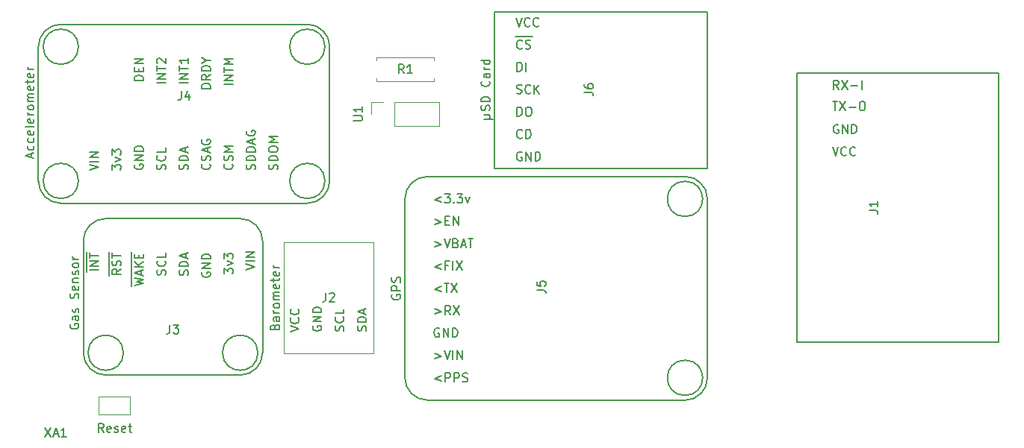
<source format=gbr>
%TF.GenerationSoftware,KiCad,Pcbnew,5.1.9+dfsg1-1*%
%TF.CreationDate,2021-05-17T19:44:08-07:00*%
%TF.ProjectId,Flight_Comp,466c6967-6874-45f4-936f-6d702e6b6963,rev?*%
%TF.SameCoordinates,Original*%
%TF.FileFunction,Legend,Top*%
%TF.FilePolarity,Positive*%
%FSLAX46Y46*%
G04 Gerber Fmt 4.6, Leading zero omitted, Abs format (unit mm)*
G04 Created by KiCad (PCBNEW 5.1.9+dfsg1-1) date 2021-05-17 19:44:08*
%MOMM*%
%LPD*%
G01*
G04 APERTURE LIST*
%ADD10C,0.150000*%
%ADD11C,0.200000*%
%ADD12C,0.120000*%
G04 APERTURE END LIST*
D10*
X115436804Y-126830080D02*
X115103471Y-126353890D01*
X114865376Y-126830080D02*
X114865376Y-125830080D01*
X115246328Y-125830080D01*
X115341566Y-125877700D01*
X115389185Y-125925319D01*
X115436804Y-126020557D01*
X115436804Y-126163414D01*
X115389185Y-126258652D01*
X115341566Y-126306271D01*
X115246328Y-126353890D01*
X114865376Y-126353890D01*
X116246328Y-126782461D02*
X116151090Y-126830080D01*
X115960614Y-126830080D01*
X115865376Y-126782461D01*
X115817757Y-126687223D01*
X115817757Y-126306271D01*
X115865376Y-126211033D01*
X115960614Y-126163414D01*
X116151090Y-126163414D01*
X116246328Y-126211033D01*
X116293947Y-126306271D01*
X116293947Y-126401509D01*
X115817757Y-126496747D01*
X116674900Y-126782461D02*
X116770138Y-126830080D01*
X116960614Y-126830080D01*
X117055852Y-126782461D01*
X117103471Y-126687223D01*
X117103471Y-126639604D01*
X117055852Y-126544366D01*
X116960614Y-126496747D01*
X116817757Y-126496747D01*
X116722519Y-126449128D01*
X116674900Y-126353890D01*
X116674900Y-126306271D01*
X116722519Y-126211033D01*
X116817757Y-126163414D01*
X116960614Y-126163414D01*
X117055852Y-126211033D01*
X117912995Y-126782461D02*
X117817757Y-126830080D01*
X117627280Y-126830080D01*
X117532042Y-126782461D01*
X117484423Y-126687223D01*
X117484423Y-126306271D01*
X117532042Y-126211033D01*
X117627280Y-126163414D01*
X117817757Y-126163414D01*
X117912995Y-126211033D01*
X117960614Y-126306271D01*
X117960614Y-126401509D01*
X117484423Y-126496747D01*
X118246328Y-126163414D02*
X118627280Y-126163414D01*
X118389185Y-125830080D02*
X118389185Y-126687223D01*
X118436804Y-126782461D01*
X118532042Y-126830080D01*
X118627280Y-126830080D01*
X148140800Y-111204285D02*
X148093180Y-111299523D01*
X148093180Y-111442380D01*
X148140800Y-111585238D01*
X148236038Y-111680476D01*
X148331276Y-111728095D01*
X148521752Y-111775714D01*
X148664609Y-111775714D01*
X148855085Y-111728095D01*
X148950323Y-111680476D01*
X149045561Y-111585238D01*
X149093180Y-111442380D01*
X149093180Y-111347142D01*
X149045561Y-111204285D01*
X148997942Y-111156666D01*
X148664609Y-111156666D01*
X148664609Y-111347142D01*
X149093180Y-110728095D02*
X148093180Y-110728095D01*
X148093180Y-110347142D01*
X148140800Y-110251904D01*
X148188419Y-110204285D01*
X148283657Y-110156666D01*
X148426514Y-110156666D01*
X148521752Y-110204285D01*
X148569371Y-110251904D01*
X148616990Y-110347142D01*
X148616990Y-110728095D01*
X149045561Y-109775714D02*
X149093180Y-109632857D01*
X149093180Y-109394761D01*
X149045561Y-109299523D01*
X148997942Y-109251904D01*
X148902704Y-109204285D01*
X148807466Y-109204285D01*
X148712228Y-109251904D01*
X148664609Y-109299523D01*
X148616990Y-109394761D01*
X148569371Y-109585238D01*
X148521752Y-109680476D01*
X148474133Y-109728095D01*
X148378895Y-109775714D01*
X148283657Y-109775714D01*
X148188419Y-109728095D01*
X148140800Y-109680476D01*
X148093180Y-109585238D01*
X148093180Y-109347142D01*
X148140800Y-109204285D01*
X158561114Y-91266542D02*
X159561114Y-91266542D01*
X159084923Y-90790352D02*
X159180161Y-90742733D01*
X159227780Y-90647495D01*
X159084923Y-91266542D02*
X159180161Y-91218923D01*
X159227780Y-91123685D01*
X159227780Y-90933209D01*
X159180161Y-90837971D01*
X159084923Y-90790352D01*
X158561114Y-90790352D01*
X159180161Y-90266542D02*
X159227780Y-90123685D01*
X159227780Y-89885590D01*
X159180161Y-89790352D01*
X159132542Y-89742733D01*
X159037304Y-89695114D01*
X158942066Y-89695114D01*
X158846828Y-89742733D01*
X158799209Y-89790352D01*
X158751590Y-89885590D01*
X158703971Y-90076066D01*
X158656352Y-90171304D01*
X158608733Y-90218923D01*
X158513495Y-90266542D01*
X158418257Y-90266542D01*
X158323019Y-90218923D01*
X158275400Y-90171304D01*
X158227780Y-90076066D01*
X158227780Y-89837971D01*
X158275400Y-89695114D01*
X159227780Y-89266542D02*
X158227780Y-89266542D01*
X158227780Y-89028447D01*
X158275400Y-88885590D01*
X158370638Y-88790352D01*
X158465876Y-88742733D01*
X158656352Y-88695114D01*
X158799209Y-88695114D01*
X158989685Y-88742733D01*
X159084923Y-88790352D01*
X159180161Y-88885590D01*
X159227780Y-89028447D01*
X159227780Y-89266542D01*
X159132542Y-86933209D02*
X159180161Y-86980828D01*
X159227780Y-87123685D01*
X159227780Y-87218923D01*
X159180161Y-87361780D01*
X159084923Y-87457019D01*
X158989685Y-87504638D01*
X158799209Y-87552257D01*
X158656352Y-87552257D01*
X158465876Y-87504638D01*
X158370638Y-87457019D01*
X158275400Y-87361780D01*
X158227780Y-87218923D01*
X158227780Y-87123685D01*
X158275400Y-86980828D01*
X158323019Y-86933209D01*
X159227780Y-86076066D02*
X158703971Y-86076066D01*
X158608733Y-86123685D01*
X158561114Y-86218923D01*
X158561114Y-86409400D01*
X158608733Y-86504638D01*
X159180161Y-86076066D02*
X159227780Y-86171304D01*
X159227780Y-86409400D01*
X159180161Y-86504638D01*
X159084923Y-86552257D01*
X158989685Y-86552257D01*
X158894447Y-86504638D01*
X158846828Y-86409400D01*
X158846828Y-86171304D01*
X158799209Y-86076066D01*
X159227780Y-85599876D02*
X158561114Y-85599876D01*
X158751590Y-85599876D02*
X158656352Y-85552257D01*
X158608733Y-85504638D01*
X158561114Y-85409400D01*
X158561114Y-85314161D01*
X159227780Y-84552257D02*
X158227780Y-84552257D01*
X159180161Y-84552257D02*
X159227780Y-84647495D01*
X159227780Y-84837971D01*
X159180161Y-84933209D01*
X159132542Y-84980828D01*
X159037304Y-85028447D01*
X158751590Y-85028447D01*
X158656352Y-84980828D01*
X158608733Y-84933209D01*
X158561114Y-84837971D01*
X158561114Y-84647495D01*
X158608733Y-84552257D01*
X134866071Y-114844104D02*
X134913690Y-114701247D01*
X134961309Y-114653628D01*
X135056547Y-114606009D01*
X135199404Y-114606009D01*
X135294642Y-114653628D01*
X135342261Y-114701247D01*
X135389880Y-114796485D01*
X135389880Y-115177438D01*
X134389880Y-115177438D01*
X134389880Y-114844104D01*
X134437500Y-114748866D01*
X134485119Y-114701247D01*
X134580357Y-114653628D01*
X134675595Y-114653628D01*
X134770833Y-114701247D01*
X134818452Y-114748866D01*
X134866071Y-114844104D01*
X134866071Y-115177438D01*
X135389880Y-113748866D02*
X134866071Y-113748866D01*
X134770833Y-113796485D01*
X134723214Y-113891723D01*
X134723214Y-114082200D01*
X134770833Y-114177438D01*
X135342261Y-113748866D02*
X135389880Y-113844104D01*
X135389880Y-114082200D01*
X135342261Y-114177438D01*
X135247023Y-114225057D01*
X135151785Y-114225057D01*
X135056547Y-114177438D01*
X135008928Y-114082200D01*
X135008928Y-113844104D01*
X134961309Y-113748866D01*
X135389880Y-113272676D02*
X134723214Y-113272676D01*
X134913690Y-113272676D02*
X134818452Y-113225057D01*
X134770833Y-113177438D01*
X134723214Y-113082200D01*
X134723214Y-112986961D01*
X135389880Y-112510771D02*
X135342261Y-112606009D01*
X135294642Y-112653628D01*
X135199404Y-112701247D01*
X134913690Y-112701247D01*
X134818452Y-112653628D01*
X134770833Y-112606009D01*
X134723214Y-112510771D01*
X134723214Y-112367914D01*
X134770833Y-112272676D01*
X134818452Y-112225057D01*
X134913690Y-112177438D01*
X135199404Y-112177438D01*
X135294642Y-112225057D01*
X135342261Y-112272676D01*
X135389880Y-112367914D01*
X135389880Y-112510771D01*
X135389880Y-111748866D02*
X134723214Y-111748866D01*
X134818452Y-111748866D02*
X134770833Y-111701247D01*
X134723214Y-111606009D01*
X134723214Y-111463152D01*
X134770833Y-111367914D01*
X134866071Y-111320295D01*
X135389880Y-111320295D01*
X134866071Y-111320295D02*
X134770833Y-111272676D01*
X134723214Y-111177438D01*
X134723214Y-111034580D01*
X134770833Y-110939342D01*
X134866071Y-110891723D01*
X135389880Y-110891723D01*
X135342261Y-110034580D02*
X135389880Y-110129819D01*
X135389880Y-110320295D01*
X135342261Y-110415533D01*
X135247023Y-110463152D01*
X134866071Y-110463152D01*
X134770833Y-110415533D01*
X134723214Y-110320295D01*
X134723214Y-110129819D01*
X134770833Y-110034580D01*
X134866071Y-109986961D01*
X134961309Y-109986961D01*
X135056547Y-110463152D01*
X134723214Y-109701247D02*
X134723214Y-109320295D01*
X134389880Y-109558390D02*
X135247023Y-109558390D01*
X135342261Y-109510771D01*
X135389880Y-109415533D01*
X135389880Y-109320295D01*
X135342261Y-108606009D02*
X135389880Y-108701247D01*
X135389880Y-108891723D01*
X135342261Y-108986961D01*
X135247023Y-109034580D01*
X134866071Y-109034580D01*
X134770833Y-108986961D01*
X134723214Y-108891723D01*
X134723214Y-108701247D01*
X134770833Y-108606009D01*
X134866071Y-108558390D01*
X134961309Y-108558390D01*
X135056547Y-109034580D01*
X135389880Y-108129819D02*
X134723214Y-108129819D01*
X134913690Y-108129819D02*
X134818452Y-108082200D01*
X134770833Y-108034580D01*
X134723214Y-107939342D01*
X134723214Y-107844104D01*
X111666400Y-114536100D02*
X111618780Y-114631338D01*
X111618780Y-114774195D01*
X111666400Y-114917052D01*
X111761638Y-115012290D01*
X111856876Y-115059909D01*
X112047352Y-115107528D01*
X112190209Y-115107528D01*
X112380685Y-115059909D01*
X112475923Y-115012290D01*
X112571161Y-114917052D01*
X112618780Y-114774195D01*
X112618780Y-114678957D01*
X112571161Y-114536100D01*
X112523542Y-114488480D01*
X112190209Y-114488480D01*
X112190209Y-114678957D01*
X112618780Y-113631338D02*
X112094971Y-113631338D01*
X111999733Y-113678957D01*
X111952114Y-113774195D01*
X111952114Y-113964671D01*
X111999733Y-114059909D01*
X112571161Y-113631338D02*
X112618780Y-113726576D01*
X112618780Y-113964671D01*
X112571161Y-114059909D01*
X112475923Y-114107528D01*
X112380685Y-114107528D01*
X112285447Y-114059909D01*
X112237828Y-113964671D01*
X112237828Y-113726576D01*
X112190209Y-113631338D01*
X112571161Y-113202766D02*
X112618780Y-113107528D01*
X112618780Y-112917052D01*
X112571161Y-112821814D01*
X112475923Y-112774195D01*
X112428304Y-112774195D01*
X112333066Y-112821814D01*
X112285447Y-112917052D01*
X112285447Y-113059909D01*
X112237828Y-113155147D01*
X112142590Y-113202766D01*
X112094971Y-113202766D01*
X111999733Y-113155147D01*
X111952114Y-113059909D01*
X111952114Y-112917052D01*
X111999733Y-112821814D01*
X112571161Y-111631338D02*
X112618780Y-111488480D01*
X112618780Y-111250385D01*
X112571161Y-111155147D01*
X112523542Y-111107528D01*
X112428304Y-111059909D01*
X112333066Y-111059909D01*
X112237828Y-111107528D01*
X112190209Y-111155147D01*
X112142590Y-111250385D01*
X112094971Y-111440861D01*
X112047352Y-111536100D01*
X111999733Y-111583719D01*
X111904495Y-111631338D01*
X111809257Y-111631338D01*
X111714019Y-111583719D01*
X111666400Y-111536100D01*
X111618780Y-111440861D01*
X111618780Y-111202766D01*
X111666400Y-111059909D01*
X112571161Y-110250385D02*
X112618780Y-110345623D01*
X112618780Y-110536100D01*
X112571161Y-110631338D01*
X112475923Y-110678957D01*
X112094971Y-110678957D01*
X111999733Y-110631338D01*
X111952114Y-110536100D01*
X111952114Y-110345623D01*
X111999733Y-110250385D01*
X112094971Y-110202766D01*
X112190209Y-110202766D01*
X112285447Y-110678957D01*
X111952114Y-109774195D02*
X112618780Y-109774195D01*
X112047352Y-109774195D02*
X111999733Y-109726576D01*
X111952114Y-109631338D01*
X111952114Y-109488480D01*
X111999733Y-109393242D01*
X112094971Y-109345623D01*
X112618780Y-109345623D01*
X112571161Y-108917052D02*
X112618780Y-108821814D01*
X112618780Y-108631338D01*
X112571161Y-108536100D01*
X112475923Y-108488480D01*
X112428304Y-108488480D01*
X112333066Y-108536100D01*
X112285447Y-108631338D01*
X112285447Y-108774195D01*
X112237828Y-108869433D01*
X112142590Y-108917052D01*
X112094971Y-108917052D01*
X111999733Y-108869433D01*
X111952114Y-108774195D01*
X111952114Y-108631338D01*
X111999733Y-108536100D01*
X112618780Y-107917052D02*
X112571161Y-108012290D01*
X112523542Y-108059909D01*
X112428304Y-108107528D01*
X112142590Y-108107528D01*
X112047352Y-108059909D01*
X111999733Y-108012290D01*
X111952114Y-107917052D01*
X111952114Y-107774195D01*
X111999733Y-107678957D01*
X112047352Y-107631338D01*
X112142590Y-107583719D01*
X112428304Y-107583719D01*
X112523542Y-107631338D01*
X112571161Y-107678957D01*
X112618780Y-107774195D01*
X112618780Y-107917052D01*
X112618780Y-107155147D02*
X111952114Y-107155147D01*
X112142590Y-107155147D02*
X112047352Y-107107528D01*
X111999733Y-107059909D01*
X111952114Y-106964671D01*
X111952114Y-106869433D01*
X107253066Y-95620838D02*
X107253066Y-95144647D01*
X107538780Y-95716076D02*
X106538780Y-95382742D01*
X107538780Y-95049409D01*
X107491161Y-94287504D02*
X107538780Y-94382742D01*
X107538780Y-94573219D01*
X107491161Y-94668457D01*
X107443542Y-94716076D01*
X107348304Y-94763695D01*
X107062590Y-94763695D01*
X106967352Y-94716076D01*
X106919733Y-94668457D01*
X106872114Y-94573219D01*
X106872114Y-94382742D01*
X106919733Y-94287504D01*
X107491161Y-93430361D02*
X107538780Y-93525600D01*
X107538780Y-93716076D01*
X107491161Y-93811314D01*
X107443542Y-93858933D01*
X107348304Y-93906552D01*
X107062590Y-93906552D01*
X106967352Y-93858933D01*
X106919733Y-93811314D01*
X106872114Y-93716076D01*
X106872114Y-93525600D01*
X106919733Y-93430361D01*
X107491161Y-92620838D02*
X107538780Y-92716076D01*
X107538780Y-92906552D01*
X107491161Y-93001790D01*
X107395923Y-93049409D01*
X107014971Y-93049409D01*
X106919733Y-93001790D01*
X106872114Y-92906552D01*
X106872114Y-92716076D01*
X106919733Y-92620838D01*
X107014971Y-92573219D01*
X107110209Y-92573219D01*
X107205447Y-93049409D01*
X107538780Y-92001790D02*
X107491161Y-92097028D01*
X107395923Y-92144647D01*
X106538780Y-92144647D01*
X107491161Y-91239885D02*
X107538780Y-91335123D01*
X107538780Y-91525600D01*
X107491161Y-91620838D01*
X107395923Y-91668457D01*
X107014971Y-91668457D01*
X106919733Y-91620838D01*
X106872114Y-91525600D01*
X106872114Y-91335123D01*
X106919733Y-91239885D01*
X107014971Y-91192266D01*
X107110209Y-91192266D01*
X107205447Y-91668457D01*
X107538780Y-90763695D02*
X106872114Y-90763695D01*
X107062590Y-90763695D02*
X106967352Y-90716076D01*
X106919733Y-90668457D01*
X106872114Y-90573219D01*
X106872114Y-90477980D01*
X107538780Y-90001790D02*
X107491161Y-90097028D01*
X107443542Y-90144647D01*
X107348304Y-90192266D01*
X107062590Y-90192266D01*
X106967352Y-90144647D01*
X106919733Y-90097028D01*
X106872114Y-90001790D01*
X106872114Y-89858933D01*
X106919733Y-89763695D01*
X106967352Y-89716076D01*
X107062590Y-89668457D01*
X107348304Y-89668457D01*
X107443542Y-89716076D01*
X107491161Y-89763695D01*
X107538780Y-89858933D01*
X107538780Y-90001790D01*
X107538780Y-89239885D02*
X106872114Y-89239885D01*
X106967352Y-89239885D02*
X106919733Y-89192266D01*
X106872114Y-89097028D01*
X106872114Y-88954171D01*
X106919733Y-88858933D01*
X107014971Y-88811314D01*
X107538780Y-88811314D01*
X107014971Y-88811314D02*
X106919733Y-88763695D01*
X106872114Y-88668457D01*
X106872114Y-88525600D01*
X106919733Y-88430361D01*
X107014971Y-88382742D01*
X107538780Y-88382742D01*
X107491161Y-87525600D02*
X107538780Y-87620838D01*
X107538780Y-87811314D01*
X107491161Y-87906552D01*
X107395923Y-87954171D01*
X107014971Y-87954171D01*
X106919733Y-87906552D01*
X106872114Y-87811314D01*
X106872114Y-87620838D01*
X106919733Y-87525600D01*
X107014971Y-87477980D01*
X107110209Y-87477980D01*
X107205447Y-87954171D01*
X106872114Y-87192266D02*
X106872114Y-86811314D01*
X106538780Y-87049409D02*
X107395923Y-87049409D01*
X107491161Y-87001790D01*
X107538780Y-86906552D01*
X107538780Y-86811314D01*
X107491161Y-86097028D02*
X107538780Y-86192266D01*
X107538780Y-86382742D01*
X107491161Y-86477980D01*
X107395923Y-86525600D01*
X107014971Y-86525600D01*
X106919733Y-86477980D01*
X106872114Y-86382742D01*
X106872114Y-86192266D01*
X106919733Y-86097028D01*
X107014971Y-86049409D01*
X107110209Y-86049409D01*
X107205447Y-86525600D01*
X107538780Y-85620838D02*
X106872114Y-85620838D01*
X107062590Y-85620838D02*
X106967352Y-85573219D01*
X106919733Y-85525600D01*
X106872114Y-85430361D01*
X106872114Y-85335123D01*
D11*
%TO.C,J3*%
X133464299Y-117792373D02*
X133464300Y-105092373D01*
X130924300Y-102552373D02*
X115684301Y-102552373D01*
X113144301Y-105092373D02*
X113144300Y-117792373D01*
X130924300Y-120332372D02*
X115684301Y-120332374D01*
X113684303Y-117788882D02*
G75*
G02*
X113684304Y-117792373I1999996J-1078D01*
G01*
X128924304Y-117788882D02*
G75*
G02*
X128924305Y-117792373I1999995J-1078D01*
G01*
X133464299Y-117792373D02*
G75*
G02*
X130924300Y-120332372I-2539999J0D01*
G01*
X130924300Y-102552373D02*
G75*
G02*
X133464300Y-105092373I0J-2540000D01*
G01*
X113144301Y-105092373D02*
G75*
G02*
X115684301Y-102552373I2540000J0D01*
G01*
X115684301Y-120332374D02*
G75*
G02*
X113144300Y-117792373I0J2540001D01*
G01*
D12*
%TO.C,J2*%
X135877300Y-117881400D02*
X146037300Y-117881400D01*
X135877300Y-105244900D02*
X135877300Y-117881400D01*
X146037300Y-117881400D02*
X146037300Y-105244900D01*
X135877300Y-105244900D02*
X146037300Y-105244900D01*
D11*
%TO.C,J4*%
X141071601Y-98272600D02*
X141071600Y-83032601D01*
X108051601Y-98272600D02*
X108051600Y-83032601D01*
X110591601Y-100812600D02*
X138531601Y-100812602D01*
X110591601Y-80492600D02*
X138531601Y-80492602D01*
X112591598Y-83036091D02*
G75*
G02*
X112591597Y-83032600I-1999996J1077D01*
G01*
X108051600Y-83032601D02*
G75*
G02*
X110591601Y-80492600I2540001J0D01*
G01*
X112591597Y-98276091D02*
G75*
G02*
X112591596Y-98272600I-1999995J1078D01*
G01*
X140531598Y-98276091D02*
G75*
G02*
X140531597Y-98272600I-1999996J1078D01*
G01*
X138531601Y-80492602D02*
G75*
G02*
X141071600Y-83032601I0J-2539999D01*
G01*
X140531598Y-83036091D02*
G75*
G02*
X140531597Y-83032600I-1999996J1077D01*
G01*
X141071601Y-98272600D02*
G75*
G02*
X138531601Y-100812600I-2540000J0D01*
G01*
X110591601Y-100812600D02*
G75*
G02*
X108051601Y-98272600I0J2540000D01*
G01*
%TO.C,J1*%
X194056000Y-86055200D02*
X216916000Y-86055200D01*
X216916000Y-86055200D02*
X216916000Y-116560600D01*
X216916000Y-116560600D02*
X194056000Y-116560600D01*
X194056000Y-116560600D02*
X194056000Y-86080600D01*
%TO.C,J5*%
X149601300Y-100317300D02*
X149601300Y-120637300D01*
X183891300Y-100317300D02*
X183891300Y-120637300D01*
X181351300Y-97777300D02*
X152141300Y-97777300D01*
X181351300Y-123177300D02*
X152141300Y-123177300D01*
X181351300Y-97777300D02*
G75*
G02*
X183891300Y-100317300I0J-2540000D01*
G01*
X181346474Y-102317296D02*
G75*
G02*
X181351300Y-102317296I2413J1999995D01*
G01*
X152141300Y-123177300D02*
G75*
G02*
X149601300Y-120637300I0J2540000D01*
G01*
X183891300Y-120637300D02*
G75*
G02*
X181351300Y-123177300I-2540000J0D01*
G01*
X149601300Y-100317300D02*
G75*
G02*
X152141300Y-97777300I2540000J0D01*
G01*
X181346474Y-122637296D02*
G75*
G02*
X181351300Y-122637296I2413J1999995D01*
G01*
%TO.C,J6*%
X159735900Y-79057501D02*
X183863361Y-79057501D01*
X159733361Y-96837500D02*
X159735900Y-79057501D01*
X183863361Y-79057501D02*
X183863361Y-96837500D01*
X183863361Y-79057501D02*
X183863361Y-79057501D01*
X183863361Y-96837500D02*
X159733361Y-96837500D01*
D12*
%TO.C,R1*%
X146374100Y-84215300D02*
X146374100Y-84545300D01*
X152914100Y-84215300D02*
X146374100Y-84215300D01*
X152914100Y-84545300D02*
X152914100Y-84215300D01*
X146374100Y-86955300D02*
X146374100Y-86625300D01*
X152914100Y-86955300D02*
X146374100Y-86955300D01*
X152914100Y-86625300D02*
X152914100Y-86955300D01*
%TO.C,U1*%
X145774100Y-90665300D02*
X145774100Y-89335300D01*
X145774100Y-89335300D02*
X147104100Y-89335300D01*
X148374100Y-89335300D02*
X153514100Y-89335300D01*
X153514100Y-91995300D02*
X153514100Y-89335300D01*
X148374100Y-91995300D02*
X153514100Y-91995300D01*
X148374100Y-91995300D02*
X148374100Y-89335300D01*
%TO.C,Reset1*%
X114846100Y-124815600D02*
X118402100Y-124815600D01*
X118402100Y-124815600D02*
X118402100Y-122783600D01*
X118402100Y-122783600D02*
X114846100Y-122783600D01*
X114846100Y-122783600D02*
X114846100Y-124815600D01*
%TO.C,J3*%
D10*
X122958266Y-114615980D02*
X122958266Y-115330266D01*
X122910647Y-115473123D01*
X122815409Y-115568361D01*
X122672552Y-115615980D01*
X122577314Y-115615980D01*
X123339219Y-114615980D02*
X123958266Y-114615980D01*
X123624933Y-114996933D01*
X123767790Y-114996933D01*
X123863028Y-115044552D01*
X123910647Y-115092171D01*
X123958266Y-115187409D01*
X123958266Y-115425504D01*
X123910647Y-115520742D01*
X123863028Y-115568361D01*
X123767790Y-115615980D01*
X123482076Y-115615980D01*
X123386838Y-115568361D01*
X123339219Y-115520742D01*
X113503873Y-108656560D02*
X113503873Y-108180369D01*
X114871253Y-108418465D02*
X113871253Y-108418465D01*
X113503873Y-108180369D02*
X113503873Y-107132750D01*
X114871253Y-107942274D02*
X113871253Y-107942274D01*
X114871253Y-107370846D01*
X113871253Y-107370846D01*
X113503873Y-107132750D02*
X113503873Y-106370846D01*
X113871253Y-107037512D02*
X113871253Y-106466084D01*
X114871253Y-106751798D02*
X113871253Y-106751798D01*
X116043873Y-109085131D02*
X116043873Y-108085131D01*
X117411253Y-108275607D02*
X116935063Y-108608941D01*
X117411253Y-108847036D02*
X116411253Y-108847036D01*
X116411253Y-108466084D01*
X116458873Y-108370846D01*
X116506492Y-108323226D01*
X116601730Y-108275607D01*
X116744587Y-108275607D01*
X116839825Y-108323226D01*
X116887444Y-108370846D01*
X116935063Y-108466084D01*
X116935063Y-108847036D01*
X116043873Y-108085131D02*
X116043873Y-107132750D01*
X117363634Y-107894655D02*
X117411253Y-107751798D01*
X117411253Y-107513703D01*
X117363634Y-107418465D01*
X117316015Y-107370846D01*
X117220777Y-107323226D01*
X117125539Y-107323226D01*
X117030301Y-107370846D01*
X116982682Y-107418465D01*
X116935063Y-107513703D01*
X116887444Y-107704179D01*
X116839825Y-107799417D01*
X116792206Y-107847036D01*
X116696968Y-107894655D01*
X116601730Y-107894655D01*
X116506492Y-107847036D01*
X116458873Y-107799417D01*
X116411253Y-107704179D01*
X116411253Y-107466084D01*
X116458873Y-107323226D01*
X116043873Y-107132750D02*
X116043873Y-106370846D01*
X116411253Y-107037512D02*
X116411253Y-106466084D01*
X117411253Y-106751798D02*
X116411253Y-106751798D01*
X118579301Y-110272107D02*
X118579301Y-109129250D01*
X118946681Y-110129250D02*
X119946681Y-109891155D01*
X119232396Y-109700679D01*
X119946681Y-109510203D01*
X118946681Y-109272107D01*
X118579301Y-109129250D02*
X118579301Y-108272107D01*
X119660967Y-108938774D02*
X119660967Y-108462584D01*
X119946681Y-109034012D02*
X118946681Y-108700679D01*
X119946681Y-108367346D01*
X118579301Y-108272107D02*
X118579301Y-107272107D01*
X119946681Y-108034012D02*
X118946681Y-108034012D01*
X119946681Y-107462584D02*
X119375253Y-107891155D01*
X118946681Y-107462584D02*
X119518110Y-108034012D01*
X118579301Y-107272107D02*
X118579301Y-106367346D01*
X119422872Y-107034012D02*
X119422872Y-106700679D01*
X119946681Y-106557822D02*
X119946681Y-107034012D01*
X118946681Y-107034012D01*
X118946681Y-106557822D01*
X122439061Y-108938774D02*
X122486680Y-108795917D01*
X122486680Y-108557822D01*
X122439061Y-108462584D01*
X122391442Y-108414965D01*
X122296204Y-108367346D01*
X122200966Y-108367346D01*
X122105728Y-108414965D01*
X122058109Y-108462584D01*
X122010490Y-108557822D01*
X121962871Y-108748298D01*
X121915252Y-108843536D01*
X121867633Y-108891155D01*
X121772395Y-108938774D01*
X121677157Y-108938774D01*
X121581919Y-108891155D01*
X121534300Y-108843536D01*
X121486680Y-108748298D01*
X121486680Y-108510203D01*
X121534300Y-108367346D01*
X122391442Y-107367346D02*
X122439061Y-107414965D01*
X122486680Y-107557822D01*
X122486680Y-107653060D01*
X122439061Y-107795917D01*
X122343823Y-107891155D01*
X122248585Y-107938774D01*
X122058109Y-107986393D01*
X121915252Y-107986393D01*
X121724776Y-107938774D01*
X121629538Y-107891155D01*
X121534300Y-107795917D01*
X121486680Y-107653060D01*
X121486680Y-107557822D01*
X121534300Y-107414965D01*
X121581919Y-107367346D01*
X122486680Y-106462584D02*
X122486680Y-106938774D01*
X121486680Y-106938774D01*
X124979062Y-108986393D02*
X125026681Y-108843536D01*
X125026681Y-108605441D01*
X124979062Y-108510203D01*
X124931443Y-108462584D01*
X124836205Y-108414965D01*
X124740967Y-108414965D01*
X124645729Y-108462584D01*
X124598110Y-108510203D01*
X124550491Y-108605441D01*
X124502872Y-108795917D01*
X124455253Y-108891155D01*
X124407634Y-108938774D01*
X124312396Y-108986393D01*
X124217158Y-108986393D01*
X124121920Y-108938774D01*
X124074301Y-108891155D01*
X124026681Y-108795917D01*
X124026681Y-108557822D01*
X124074301Y-108414965D01*
X125026681Y-107986393D02*
X124026681Y-107986393D01*
X124026681Y-107748298D01*
X124074301Y-107605441D01*
X124169539Y-107510203D01*
X124264777Y-107462584D01*
X124455253Y-107414965D01*
X124598110Y-107414965D01*
X124788586Y-107462584D01*
X124883824Y-107510203D01*
X124979062Y-107605441D01*
X125026681Y-107748298D01*
X125026681Y-107986393D01*
X124740967Y-107034012D02*
X124740967Y-106557822D01*
X125026681Y-107129250D02*
X124026681Y-106795917D01*
X125026681Y-106462584D01*
X126614300Y-108653060D02*
X126566680Y-108748298D01*
X126566680Y-108891155D01*
X126614300Y-109034012D01*
X126709538Y-109129250D01*
X126804776Y-109176869D01*
X126995252Y-109224488D01*
X127138109Y-109224488D01*
X127328585Y-109176869D01*
X127423823Y-109129250D01*
X127519061Y-109034012D01*
X127566680Y-108891155D01*
X127566680Y-108795917D01*
X127519061Y-108653060D01*
X127471442Y-108605441D01*
X127138109Y-108605441D01*
X127138109Y-108795917D01*
X127566680Y-108176869D02*
X126566680Y-108176869D01*
X127566680Y-107605441D01*
X126566680Y-107605441D01*
X127566680Y-107129250D02*
X126566680Y-107129250D01*
X126566680Y-106891155D01*
X126614300Y-106748298D01*
X126709538Y-106653060D01*
X126804776Y-106605441D01*
X126995252Y-106557822D01*
X127138109Y-106557822D01*
X127328585Y-106605441D01*
X127423823Y-106653060D01*
X127519061Y-106748298D01*
X127566680Y-106891155D01*
X127566680Y-107129250D01*
X129106680Y-108831155D02*
X129106680Y-108212107D01*
X129487633Y-108545441D01*
X129487633Y-108402584D01*
X129535252Y-108307346D01*
X129582871Y-108259726D01*
X129678109Y-108212107D01*
X129916204Y-108212107D01*
X130011442Y-108259726D01*
X130059061Y-108307346D01*
X130106680Y-108402584D01*
X130106680Y-108688298D01*
X130059061Y-108783536D01*
X130011442Y-108831155D01*
X129440014Y-107878774D02*
X130106680Y-107640679D01*
X129440014Y-107402584D01*
X129106680Y-107116869D02*
X129106680Y-106497822D01*
X129487633Y-106831155D01*
X129487633Y-106688298D01*
X129535252Y-106593060D01*
X129582871Y-106545441D01*
X129678109Y-106497822D01*
X129916204Y-106497822D01*
X130011442Y-106545441D01*
X130059061Y-106593060D01*
X130106680Y-106688298D01*
X130106680Y-106974012D01*
X130059061Y-107069250D01*
X130011442Y-107116869D01*
X131587753Y-108403060D02*
X132587753Y-108069726D01*
X131587753Y-107736393D01*
X132587753Y-107403060D02*
X131587753Y-107403060D01*
X132587753Y-106926869D02*
X131587753Y-106926869D01*
X132587753Y-106355441D01*
X131587753Y-106355441D01*
%TO.C,J2*%
X140623966Y-110983780D02*
X140623966Y-111698066D01*
X140576347Y-111840923D01*
X140481109Y-111936161D01*
X140338252Y-111983780D01*
X140243014Y-111983780D01*
X141052538Y-111079019D02*
X141100157Y-111031400D01*
X141195395Y-110983780D01*
X141433490Y-110983780D01*
X141528728Y-111031400D01*
X141576347Y-111079019D01*
X141623966Y-111174257D01*
X141623966Y-111269495D01*
X141576347Y-111412352D01*
X141004919Y-111983780D01*
X141623966Y-111983780D01*
X145172061Y-115307423D02*
X145219680Y-115164566D01*
X145219680Y-114926471D01*
X145172061Y-114831233D01*
X145124442Y-114783614D01*
X145029204Y-114735995D01*
X144933966Y-114735995D01*
X144838728Y-114783614D01*
X144791109Y-114831233D01*
X144743490Y-114926471D01*
X144695871Y-115116947D01*
X144648252Y-115212185D01*
X144600633Y-115259804D01*
X144505395Y-115307423D01*
X144410157Y-115307423D01*
X144314919Y-115259804D01*
X144267300Y-115212185D01*
X144219680Y-115116947D01*
X144219680Y-114878852D01*
X144267300Y-114735995D01*
X145219680Y-114307423D02*
X144219680Y-114307423D01*
X144219680Y-114069328D01*
X144267300Y-113926471D01*
X144362538Y-113831233D01*
X144457776Y-113783614D01*
X144648252Y-113735995D01*
X144791109Y-113735995D01*
X144981585Y-113783614D01*
X145076823Y-113831233D01*
X145172061Y-113926471D01*
X145219680Y-114069328D01*
X145219680Y-114307423D01*
X144933966Y-113355042D02*
X144933966Y-112878852D01*
X145219680Y-113450280D02*
X144219680Y-113116947D01*
X145219680Y-112783614D01*
X142632061Y-115307423D02*
X142679680Y-115164566D01*
X142679680Y-114926471D01*
X142632061Y-114831233D01*
X142584442Y-114783614D01*
X142489204Y-114735995D01*
X142393966Y-114735995D01*
X142298728Y-114783614D01*
X142251109Y-114831233D01*
X142203490Y-114926471D01*
X142155871Y-115116947D01*
X142108252Y-115212185D01*
X142060633Y-115259804D01*
X141965395Y-115307423D01*
X141870157Y-115307423D01*
X141774919Y-115259804D01*
X141727300Y-115212185D01*
X141679680Y-115116947D01*
X141679680Y-114878852D01*
X141727300Y-114735995D01*
X142584442Y-113735995D02*
X142632061Y-113783614D01*
X142679680Y-113926471D01*
X142679680Y-114021709D01*
X142632061Y-114164566D01*
X142536823Y-114259804D01*
X142441585Y-114307423D01*
X142251109Y-114355042D01*
X142108252Y-114355042D01*
X141917776Y-114307423D01*
X141822538Y-114259804D01*
X141727300Y-114164566D01*
X141679680Y-114021709D01*
X141679680Y-113926471D01*
X141727300Y-113783614D01*
X141774919Y-113735995D01*
X142679680Y-112831233D02*
X142679680Y-113307423D01*
X141679680Y-113307423D01*
X139187300Y-114735995D02*
X139139680Y-114831233D01*
X139139680Y-114974090D01*
X139187300Y-115116947D01*
X139282538Y-115212185D01*
X139377776Y-115259804D01*
X139568252Y-115307423D01*
X139711109Y-115307423D01*
X139901585Y-115259804D01*
X139996823Y-115212185D01*
X140092061Y-115116947D01*
X140139680Y-114974090D01*
X140139680Y-114878852D01*
X140092061Y-114735995D01*
X140044442Y-114688376D01*
X139711109Y-114688376D01*
X139711109Y-114878852D01*
X140139680Y-114259804D02*
X139139680Y-114259804D01*
X140139680Y-113688376D01*
X139139680Y-113688376D01*
X140139680Y-113212185D02*
X139139680Y-113212185D01*
X139139680Y-112974090D01*
X139187300Y-112831233D01*
X139282538Y-112735995D01*
X139377776Y-112688376D01*
X139568252Y-112640757D01*
X139711109Y-112640757D01*
X139901585Y-112688376D01*
X139996823Y-112735995D01*
X140092061Y-112831233D01*
X140139680Y-112974090D01*
X140139680Y-113212185D01*
X136599680Y-115402661D02*
X137599680Y-115069328D01*
X136599680Y-114735995D01*
X137504442Y-113831233D02*
X137552061Y-113878852D01*
X137599680Y-114021709D01*
X137599680Y-114116947D01*
X137552061Y-114259804D01*
X137456823Y-114355042D01*
X137361585Y-114402661D01*
X137171109Y-114450280D01*
X137028252Y-114450280D01*
X136837776Y-114402661D01*
X136742538Y-114355042D01*
X136647300Y-114259804D01*
X136599680Y-114116947D01*
X136599680Y-114021709D01*
X136647300Y-113878852D01*
X136694919Y-113831233D01*
X137504442Y-112831233D02*
X137552061Y-112878852D01*
X137599680Y-113021709D01*
X137599680Y-113116947D01*
X137552061Y-113259804D01*
X137456823Y-113355042D01*
X137361585Y-113402661D01*
X137171109Y-113450280D01*
X137028252Y-113450280D01*
X136837776Y-113402661D01*
X136742538Y-113355042D01*
X136647300Y-113259804D01*
X136599680Y-113116947D01*
X136599680Y-113021709D01*
X136647300Y-112878852D01*
X136694919Y-112831233D01*
%TO.C,J4*%
X124253666Y-88098380D02*
X124253666Y-88812666D01*
X124206047Y-88955523D01*
X124110809Y-89050761D01*
X123967952Y-89098380D01*
X123872714Y-89098380D01*
X125158428Y-88431714D02*
X125158428Y-89098380D01*
X124920333Y-88050761D02*
X124682238Y-88765047D01*
X125301285Y-88765047D01*
X130093980Y-87336576D02*
X129093980Y-87336576D01*
X130093980Y-86860385D02*
X129093980Y-86860385D01*
X130093980Y-86288957D01*
X129093980Y-86288957D01*
X129093980Y-85955623D02*
X129093980Y-85384195D01*
X130093980Y-85669909D02*
X129093980Y-85669909D01*
X130093980Y-85050861D02*
X129093980Y-85050861D01*
X129808266Y-84717528D01*
X129093980Y-84384195D01*
X130093980Y-84384195D01*
X127553980Y-87765147D02*
X126553980Y-87765147D01*
X126553980Y-87527052D01*
X126601600Y-87384195D01*
X126696838Y-87288957D01*
X126792076Y-87241338D01*
X126982552Y-87193719D01*
X127125409Y-87193719D01*
X127315885Y-87241338D01*
X127411123Y-87288957D01*
X127506361Y-87384195D01*
X127553980Y-87527052D01*
X127553980Y-87765147D01*
X127553980Y-86193719D02*
X127077790Y-86527052D01*
X127553980Y-86765147D02*
X126553980Y-86765147D01*
X126553980Y-86384195D01*
X126601600Y-86288957D01*
X126649219Y-86241338D01*
X126744457Y-86193719D01*
X126887314Y-86193719D01*
X126982552Y-86241338D01*
X127030171Y-86288957D01*
X127077790Y-86384195D01*
X127077790Y-86765147D01*
X127553980Y-85765147D02*
X126553980Y-85765147D01*
X126553980Y-85527052D01*
X126601600Y-85384195D01*
X126696838Y-85288957D01*
X126792076Y-85241338D01*
X126982552Y-85193719D01*
X127125409Y-85193719D01*
X127315885Y-85241338D01*
X127411123Y-85288957D01*
X127506361Y-85384195D01*
X127553980Y-85527052D01*
X127553980Y-85765147D01*
X127077790Y-84574671D02*
X127553980Y-84574671D01*
X126553980Y-84908004D02*
X127077790Y-84574671D01*
X126553980Y-84241338D01*
X125013980Y-87146100D02*
X124013980Y-87146100D01*
X125013980Y-86669909D02*
X124013980Y-86669909D01*
X125013980Y-86098480D01*
X124013980Y-86098480D01*
X124013980Y-85765147D02*
X124013980Y-85193719D01*
X125013980Y-85479433D02*
X124013980Y-85479433D01*
X125013980Y-84336576D02*
X125013980Y-84908004D01*
X125013980Y-84622290D02*
X124013980Y-84622290D01*
X124156838Y-84717528D01*
X124252076Y-84812766D01*
X124299695Y-84908004D01*
X122473980Y-87146100D02*
X121473980Y-87146100D01*
X122473980Y-86669909D02*
X121473980Y-86669909D01*
X122473980Y-86098480D01*
X121473980Y-86098480D01*
X121473980Y-85765147D02*
X121473980Y-85193719D01*
X122473980Y-85479433D02*
X121473980Y-85479433D01*
X121569219Y-84908004D02*
X121521600Y-84860385D01*
X121473980Y-84765147D01*
X121473980Y-84527052D01*
X121521600Y-84431814D01*
X121569219Y-84384195D01*
X121664457Y-84336576D01*
X121759695Y-84336576D01*
X121902552Y-84384195D01*
X122473980Y-84955623D01*
X122473980Y-84336576D01*
X119933980Y-86860385D02*
X118933980Y-86860385D01*
X118933980Y-86622290D01*
X118981600Y-86479433D01*
X119076838Y-86384195D01*
X119172076Y-86336576D01*
X119362552Y-86288957D01*
X119505409Y-86288957D01*
X119695885Y-86336576D01*
X119791123Y-86384195D01*
X119886361Y-86479433D01*
X119933980Y-86622290D01*
X119933980Y-86860385D01*
X119410171Y-85860385D02*
X119410171Y-85527052D01*
X119933980Y-85384195D02*
X119933980Y-85860385D01*
X118933980Y-85860385D01*
X118933980Y-85384195D01*
X119933980Y-84955623D02*
X118933980Y-84955623D01*
X119933980Y-84384195D01*
X118933980Y-84384195D01*
X135126361Y-96968623D02*
X135173980Y-96825766D01*
X135173980Y-96587671D01*
X135126361Y-96492433D01*
X135078742Y-96444814D01*
X134983504Y-96397195D01*
X134888266Y-96397195D01*
X134793028Y-96444814D01*
X134745409Y-96492433D01*
X134697790Y-96587671D01*
X134650171Y-96778147D01*
X134602552Y-96873385D01*
X134554933Y-96921004D01*
X134459695Y-96968623D01*
X134364457Y-96968623D01*
X134269219Y-96921004D01*
X134221600Y-96873385D01*
X134173980Y-96778147D01*
X134173980Y-96540052D01*
X134221600Y-96397195D01*
X135173980Y-95968623D02*
X134173980Y-95968623D01*
X134173980Y-95730528D01*
X134221600Y-95587671D01*
X134316838Y-95492433D01*
X134412076Y-95444814D01*
X134602552Y-95397195D01*
X134745409Y-95397195D01*
X134935885Y-95444814D01*
X135031123Y-95492433D01*
X135126361Y-95587671D01*
X135173980Y-95730528D01*
X135173980Y-95968623D01*
X134173980Y-94778147D02*
X134173980Y-94587671D01*
X134221600Y-94492433D01*
X134316838Y-94397195D01*
X134507314Y-94349576D01*
X134840647Y-94349576D01*
X135031123Y-94397195D01*
X135126361Y-94492433D01*
X135173980Y-94587671D01*
X135173980Y-94778147D01*
X135126361Y-94873385D01*
X135031123Y-94968623D01*
X134840647Y-95016242D01*
X134507314Y-95016242D01*
X134316838Y-94968623D01*
X134221600Y-94873385D01*
X134173980Y-94778147D01*
X135173980Y-93921004D02*
X134173980Y-93921004D01*
X134888266Y-93587671D01*
X134173980Y-93254338D01*
X135173980Y-93254338D01*
X132586361Y-96968623D02*
X132633980Y-96825766D01*
X132633980Y-96587671D01*
X132586361Y-96492433D01*
X132538742Y-96444814D01*
X132443504Y-96397195D01*
X132348266Y-96397195D01*
X132253028Y-96444814D01*
X132205409Y-96492433D01*
X132157790Y-96587671D01*
X132110171Y-96778147D01*
X132062552Y-96873385D01*
X132014933Y-96921004D01*
X131919695Y-96968623D01*
X131824457Y-96968623D01*
X131729219Y-96921004D01*
X131681600Y-96873385D01*
X131633980Y-96778147D01*
X131633980Y-96540052D01*
X131681600Y-96397195D01*
X132633980Y-95968623D02*
X131633980Y-95968623D01*
X131633980Y-95730528D01*
X131681600Y-95587671D01*
X131776838Y-95492433D01*
X131872076Y-95444814D01*
X132062552Y-95397195D01*
X132205409Y-95397195D01*
X132395885Y-95444814D01*
X132491123Y-95492433D01*
X132586361Y-95587671D01*
X132633980Y-95730528D01*
X132633980Y-95968623D01*
X132633980Y-94968623D02*
X131633980Y-94968623D01*
X131633980Y-94730528D01*
X131681600Y-94587671D01*
X131776838Y-94492433D01*
X131872076Y-94444814D01*
X132062552Y-94397195D01*
X132205409Y-94397195D01*
X132395885Y-94444814D01*
X132491123Y-94492433D01*
X132586361Y-94587671D01*
X132633980Y-94730528D01*
X132633980Y-94968623D01*
X132348266Y-94016242D02*
X132348266Y-93540052D01*
X132633980Y-94111480D02*
X131633980Y-93778147D01*
X132633980Y-93444814D01*
X131681600Y-92587671D02*
X131633980Y-92682909D01*
X131633980Y-92825766D01*
X131681600Y-92968623D01*
X131776838Y-93063861D01*
X131872076Y-93111480D01*
X132062552Y-93159100D01*
X132205409Y-93159100D01*
X132395885Y-93111480D01*
X132491123Y-93063861D01*
X132586361Y-92968623D01*
X132633980Y-92825766D01*
X132633980Y-92730528D01*
X132586361Y-92587671D01*
X132538742Y-92540052D01*
X132205409Y-92540052D01*
X132205409Y-92730528D01*
X129998742Y-96349576D02*
X130046361Y-96397195D01*
X130093980Y-96540052D01*
X130093980Y-96635290D01*
X130046361Y-96778147D01*
X129951123Y-96873385D01*
X129855885Y-96921004D01*
X129665409Y-96968623D01*
X129522552Y-96968623D01*
X129332076Y-96921004D01*
X129236838Y-96873385D01*
X129141600Y-96778147D01*
X129093980Y-96635290D01*
X129093980Y-96540052D01*
X129141600Y-96397195D01*
X129189219Y-96349576D01*
X130046361Y-95968623D02*
X130093980Y-95825766D01*
X130093980Y-95587671D01*
X130046361Y-95492433D01*
X129998742Y-95444814D01*
X129903504Y-95397195D01*
X129808266Y-95397195D01*
X129713028Y-95444814D01*
X129665409Y-95492433D01*
X129617790Y-95587671D01*
X129570171Y-95778147D01*
X129522552Y-95873385D01*
X129474933Y-95921004D01*
X129379695Y-95968623D01*
X129284457Y-95968623D01*
X129189219Y-95921004D01*
X129141600Y-95873385D01*
X129093980Y-95778147D01*
X129093980Y-95540052D01*
X129141600Y-95397195D01*
X130093980Y-94968623D02*
X129093980Y-94968623D01*
X129808266Y-94635290D01*
X129093980Y-94301957D01*
X130093980Y-94301957D01*
X127458742Y-96349576D02*
X127506361Y-96397195D01*
X127553980Y-96540052D01*
X127553980Y-96635290D01*
X127506361Y-96778147D01*
X127411123Y-96873385D01*
X127315885Y-96921004D01*
X127125409Y-96968623D01*
X126982552Y-96968623D01*
X126792076Y-96921004D01*
X126696838Y-96873385D01*
X126601600Y-96778147D01*
X126553980Y-96635290D01*
X126553980Y-96540052D01*
X126601600Y-96397195D01*
X126649219Y-96349576D01*
X127506361Y-95968623D02*
X127553980Y-95825766D01*
X127553980Y-95587671D01*
X127506361Y-95492433D01*
X127458742Y-95444814D01*
X127363504Y-95397195D01*
X127268266Y-95397195D01*
X127173028Y-95444814D01*
X127125409Y-95492433D01*
X127077790Y-95587671D01*
X127030171Y-95778147D01*
X126982552Y-95873385D01*
X126934933Y-95921004D01*
X126839695Y-95968623D01*
X126744457Y-95968623D01*
X126649219Y-95921004D01*
X126601600Y-95873385D01*
X126553980Y-95778147D01*
X126553980Y-95540052D01*
X126601600Y-95397195D01*
X127268266Y-95016242D02*
X127268266Y-94540052D01*
X127553980Y-95111480D02*
X126553980Y-94778147D01*
X127553980Y-94444814D01*
X126601600Y-93587671D02*
X126553980Y-93682909D01*
X126553980Y-93825766D01*
X126601600Y-93968623D01*
X126696838Y-94063861D01*
X126792076Y-94111480D01*
X126982552Y-94159100D01*
X127125409Y-94159100D01*
X127315885Y-94111480D01*
X127411123Y-94063861D01*
X127506361Y-93968623D01*
X127553980Y-93825766D01*
X127553980Y-93730528D01*
X127506361Y-93587671D01*
X127458742Y-93540052D01*
X127125409Y-93540052D01*
X127125409Y-93730528D01*
X124966361Y-96968623D02*
X125013980Y-96825766D01*
X125013980Y-96587671D01*
X124966361Y-96492433D01*
X124918742Y-96444814D01*
X124823504Y-96397195D01*
X124728266Y-96397195D01*
X124633028Y-96444814D01*
X124585409Y-96492433D01*
X124537790Y-96587671D01*
X124490171Y-96778147D01*
X124442552Y-96873385D01*
X124394933Y-96921004D01*
X124299695Y-96968623D01*
X124204457Y-96968623D01*
X124109219Y-96921004D01*
X124061600Y-96873385D01*
X124013980Y-96778147D01*
X124013980Y-96540052D01*
X124061600Y-96397195D01*
X125013980Y-95968623D02*
X124013980Y-95968623D01*
X124013980Y-95730528D01*
X124061600Y-95587671D01*
X124156838Y-95492433D01*
X124252076Y-95444814D01*
X124442552Y-95397195D01*
X124585409Y-95397195D01*
X124775885Y-95444814D01*
X124871123Y-95492433D01*
X124966361Y-95587671D01*
X125013980Y-95730528D01*
X125013980Y-95968623D01*
X124728266Y-95016242D02*
X124728266Y-94540052D01*
X125013980Y-95111480D02*
X124013980Y-94778147D01*
X125013980Y-94444814D01*
X122426361Y-96968623D02*
X122473980Y-96825766D01*
X122473980Y-96587671D01*
X122426361Y-96492433D01*
X122378742Y-96444814D01*
X122283504Y-96397195D01*
X122188266Y-96397195D01*
X122093028Y-96444814D01*
X122045409Y-96492433D01*
X121997790Y-96587671D01*
X121950171Y-96778147D01*
X121902552Y-96873385D01*
X121854933Y-96921004D01*
X121759695Y-96968623D01*
X121664457Y-96968623D01*
X121569219Y-96921004D01*
X121521600Y-96873385D01*
X121473980Y-96778147D01*
X121473980Y-96540052D01*
X121521600Y-96397195D01*
X122378742Y-95397195D02*
X122426361Y-95444814D01*
X122473980Y-95587671D01*
X122473980Y-95682909D01*
X122426361Y-95825766D01*
X122331123Y-95921004D01*
X122235885Y-95968623D01*
X122045409Y-96016242D01*
X121902552Y-96016242D01*
X121712076Y-95968623D01*
X121616838Y-95921004D01*
X121521600Y-95825766D01*
X121473980Y-95682909D01*
X121473980Y-95587671D01*
X121521600Y-95444814D01*
X121569219Y-95397195D01*
X122473980Y-94492433D02*
X122473980Y-94968623D01*
X121473980Y-94968623D01*
X118981600Y-96397195D02*
X118933980Y-96492433D01*
X118933980Y-96635290D01*
X118981600Y-96778147D01*
X119076838Y-96873385D01*
X119172076Y-96921004D01*
X119362552Y-96968623D01*
X119505409Y-96968623D01*
X119695885Y-96921004D01*
X119791123Y-96873385D01*
X119886361Y-96778147D01*
X119933980Y-96635290D01*
X119933980Y-96540052D01*
X119886361Y-96397195D01*
X119838742Y-96349576D01*
X119505409Y-96349576D01*
X119505409Y-96540052D01*
X119933980Y-95921004D02*
X118933980Y-95921004D01*
X119933980Y-95349576D01*
X118933980Y-95349576D01*
X119933980Y-94873385D02*
X118933980Y-94873385D01*
X118933980Y-94635290D01*
X118981600Y-94492433D01*
X119076838Y-94397195D01*
X119172076Y-94349576D01*
X119362552Y-94301957D01*
X119505409Y-94301957D01*
X119695885Y-94349576D01*
X119791123Y-94397195D01*
X119886361Y-94492433D01*
X119933980Y-94635290D01*
X119933980Y-94873385D01*
X116393980Y-97016242D02*
X116393980Y-96397195D01*
X116774933Y-96730528D01*
X116774933Y-96587671D01*
X116822552Y-96492433D01*
X116870171Y-96444814D01*
X116965409Y-96397195D01*
X117203504Y-96397195D01*
X117298742Y-96444814D01*
X117346361Y-96492433D01*
X117393980Y-96587671D01*
X117393980Y-96873385D01*
X117346361Y-96968623D01*
X117298742Y-97016242D01*
X116727314Y-96063861D02*
X117393980Y-95825766D01*
X116727314Y-95587671D01*
X116393980Y-95301957D02*
X116393980Y-94682909D01*
X116774933Y-95016242D01*
X116774933Y-94873385D01*
X116822552Y-94778147D01*
X116870171Y-94730528D01*
X116965409Y-94682909D01*
X117203504Y-94682909D01*
X117298742Y-94730528D01*
X117346361Y-94778147D01*
X117393980Y-94873385D01*
X117393980Y-95159100D01*
X117346361Y-95254338D01*
X117298742Y-95301957D01*
X113853980Y-97063861D02*
X114853980Y-96730528D01*
X113853980Y-96397195D01*
X114853980Y-96063861D02*
X113853980Y-96063861D01*
X114853980Y-95587671D02*
X113853980Y-95587671D01*
X114853980Y-95016242D01*
X113853980Y-95016242D01*
%TO.C,J1*%
X202220580Y-101628533D02*
X202934866Y-101628533D01*
X203077723Y-101676152D01*
X203172961Y-101771390D01*
X203220580Y-101914247D01*
X203220580Y-102009485D01*
X203220580Y-100628533D02*
X203220580Y-101199961D01*
X203220580Y-100914247D02*
X202220580Y-100914247D01*
X202363438Y-101009485D01*
X202458676Y-101104723D01*
X202506295Y-101199961D01*
X198066738Y-94410280D02*
X198400071Y-95410280D01*
X198733404Y-94410280D01*
X199638166Y-95315042D02*
X199590547Y-95362661D01*
X199447690Y-95410280D01*
X199352452Y-95410280D01*
X199209595Y-95362661D01*
X199114357Y-95267423D01*
X199066738Y-95172185D01*
X199019119Y-94981709D01*
X199019119Y-94838852D01*
X199066738Y-94648376D01*
X199114357Y-94553138D01*
X199209595Y-94457900D01*
X199352452Y-94410280D01*
X199447690Y-94410280D01*
X199590547Y-94457900D01*
X199638166Y-94505519D01*
X200638166Y-95315042D02*
X200590547Y-95362661D01*
X200447690Y-95410280D01*
X200352452Y-95410280D01*
X200209595Y-95362661D01*
X200114357Y-95267423D01*
X200066738Y-95172185D01*
X200019119Y-94981709D01*
X200019119Y-94838852D01*
X200066738Y-94648376D01*
X200114357Y-94553138D01*
X200209595Y-94457900D01*
X200352452Y-94410280D01*
X200447690Y-94410280D01*
X200590547Y-94457900D01*
X200638166Y-94505519D01*
X198733404Y-91917900D02*
X198638166Y-91870280D01*
X198495309Y-91870280D01*
X198352452Y-91917900D01*
X198257214Y-92013138D01*
X198209595Y-92108376D01*
X198161976Y-92298852D01*
X198161976Y-92441709D01*
X198209595Y-92632185D01*
X198257214Y-92727423D01*
X198352452Y-92822661D01*
X198495309Y-92870280D01*
X198590547Y-92870280D01*
X198733404Y-92822661D01*
X198781023Y-92775042D01*
X198781023Y-92441709D01*
X198590547Y-92441709D01*
X199209595Y-92870280D02*
X199209595Y-91870280D01*
X199781023Y-92870280D01*
X199781023Y-91870280D01*
X200257214Y-92870280D02*
X200257214Y-91870280D01*
X200495309Y-91870280D01*
X200638166Y-91917900D01*
X200733404Y-92013138D01*
X200781023Y-92108376D01*
X200828642Y-92298852D01*
X200828642Y-92441709D01*
X200781023Y-92632185D01*
X200733404Y-92727423D01*
X200638166Y-92822661D01*
X200495309Y-92870280D01*
X200257214Y-92870280D01*
X198066738Y-89266780D02*
X198638166Y-89266780D01*
X198352452Y-90266780D02*
X198352452Y-89266780D01*
X198876261Y-89266780D02*
X199542928Y-90266780D01*
X199542928Y-89266780D02*
X198876261Y-90266780D01*
X199923880Y-89885828D02*
X200685785Y-89885828D01*
X201352452Y-89266780D02*
X201542928Y-89266780D01*
X201638166Y-89314400D01*
X201733404Y-89409638D01*
X201781023Y-89600114D01*
X201781023Y-89933447D01*
X201733404Y-90123923D01*
X201638166Y-90219161D01*
X201542928Y-90266780D01*
X201352452Y-90266780D01*
X201257214Y-90219161D01*
X201161976Y-90123923D01*
X201114357Y-89933447D01*
X201114357Y-89600114D01*
X201161976Y-89409638D01*
X201257214Y-89314400D01*
X201352452Y-89266780D01*
X198781023Y-87853780D02*
X198447690Y-87377590D01*
X198209595Y-87853780D02*
X198209595Y-86853780D01*
X198590547Y-86853780D01*
X198685785Y-86901400D01*
X198733404Y-86949019D01*
X198781023Y-87044257D01*
X198781023Y-87187114D01*
X198733404Y-87282352D01*
X198685785Y-87329971D01*
X198590547Y-87377590D01*
X198209595Y-87377590D01*
X199114357Y-86853780D02*
X199781023Y-87853780D01*
X199781023Y-86853780D02*
X199114357Y-87853780D01*
X200161976Y-87472828D02*
X200923880Y-87472828D01*
X201400071Y-87853780D02*
X201400071Y-86853780D01*
%TO.C,J5*%
X164552380Y-110658233D02*
X165266666Y-110658233D01*
X165409523Y-110705852D01*
X165504761Y-110801090D01*
X165552380Y-110943947D01*
X165552380Y-111039185D01*
X164552380Y-109705852D02*
X164552380Y-110182042D01*
X165028571Y-110229661D01*
X164980952Y-110182042D01*
X164933333Y-110086804D01*
X164933333Y-109848709D01*
X164980952Y-109753471D01*
X165028571Y-109705852D01*
X165123809Y-109658233D01*
X165361904Y-109658233D01*
X165457142Y-109705852D01*
X165504761Y-109753471D01*
X165552380Y-109848709D01*
X165552380Y-110086804D01*
X165504761Y-110182042D01*
X165457142Y-110229661D01*
X153713400Y-120423014D02*
X152951495Y-120708728D01*
X153713400Y-120994442D01*
X154189590Y-121089680D02*
X154189590Y-120089680D01*
X154570542Y-120089680D01*
X154665780Y-120137300D01*
X154713400Y-120184919D01*
X154761019Y-120280157D01*
X154761019Y-120423014D01*
X154713400Y-120518252D01*
X154665780Y-120565871D01*
X154570542Y-120613490D01*
X154189590Y-120613490D01*
X155189590Y-121089680D02*
X155189590Y-120089680D01*
X155570542Y-120089680D01*
X155665780Y-120137300D01*
X155713400Y-120184919D01*
X155761019Y-120280157D01*
X155761019Y-120423014D01*
X155713400Y-120518252D01*
X155665780Y-120565871D01*
X155570542Y-120613490D01*
X155189590Y-120613490D01*
X156141971Y-121042061D02*
X156284828Y-121089680D01*
X156522923Y-121089680D01*
X156618161Y-121042061D01*
X156665780Y-120994442D01*
X156713400Y-120899204D01*
X156713400Y-120803966D01*
X156665780Y-120708728D01*
X156618161Y-120661109D01*
X156522923Y-120613490D01*
X156332447Y-120565871D01*
X156237209Y-120518252D01*
X156189590Y-120470633D01*
X156141971Y-120375395D01*
X156141971Y-120280157D01*
X156189590Y-120184919D01*
X156237209Y-120137300D01*
X156332447Y-120089680D01*
X156570542Y-120089680D01*
X156713400Y-120137300D01*
X152951495Y-117883014D02*
X153713400Y-118168728D01*
X152951495Y-118454442D01*
X154046733Y-117549680D02*
X154380066Y-118549680D01*
X154713400Y-117549680D01*
X155046733Y-118549680D02*
X155046733Y-117549680D01*
X155522923Y-118549680D02*
X155522923Y-117549680D01*
X156094352Y-118549680D01*
X156094352Y-117549680D01*
X153475304Y-115057300D02*
X153380066Y-115009680D01*
X153237209Y-115009680D01*
X153094352Y-115057300D01*
X152999114Y-115152538D01*
X152951495Y-115247776D01*
X152903876Y-115438252D01*
X152903876Y-115581109D01*
X152951495Y-115771585D01*
X152999114Y-115866823D01*
X153094352Y-115962061D01*
X153237209Y-116009680D01*
X153332447Y-116009680D01*
X153475304Y-115962061D01*
X153522923Y-115914442D01*
X153522923Y-115581109D01*
X153332447Y-115581109D01*
X153951495Y-116009680D02*
X153951495Y-115009680D01*
X154522923Y-116009680D01*
X154522923Y-115009680D01*
X154999114Y-116009680D02*
X154999114Y-115009680D01*
X155237209Y-115009680D01*
X155380066Y-115057300D01*
X155475304Y-115152538D01*
X155522923Y-115247776D01*
X155570542Y-115438252D01*
X155570542Y-115581109D01*
X155522923Y-115771585D01*
X155475304Y-115866823D01*
X155380066Y-115962061D01*
X155237209Y-116009680D01*
X154999114Y-116009680D01*
X152951495Y-112803014D02*
X153713400Y-113088728D01*
X152951495Y-113374442D01*
X154761019Y-113469680D02*
X154427685Y-112993490D01*
X154189590Y-113469680D02*
X154189590Y-112469680D01*
X154570542Y-112469680D01*
X154665780Y-112517300D01*
X154713400Y-112564919D01*
X154761019Y-112660157D01*
X154761019Y-112803014D01*
X154713400Y-112898252D01*
X154665780Y-112945871D01*
X154570542Y-112993490D01*
X154189590Y-112993490D01*
X155094352Y-112469680D02*
X155761019Y-113469680D01*
X155761019Y-112469680D02*
X155094352Y-113469680D01*
X153713400Y-110263014D02*
X152951495Y-110548728D01*
X153713400Y-110834442D01*
X154046733Y-109929680D02*
X154618161Y-109929680D01*
X154332447Y-110929680D02*
X154332447Y-109929680D01*
X154856257Y-109929680D02*
X155522923Y-110929680D01*
X155522923Y-109929680D02*
X154856257Y-110929680D01*
X153713400Y-107723014D02*
X152951495Y-108008728D01*
X153713400Y-108294442D01*
X154522923Y-107865871D02*
X154189590Y-107865871D01*
X154189590Y-108389680D02*
X154189590Y-107389680D01*
X154665780Y-107389680D01*
X155046733Y-108389680D02*
X155046733Y-107389680D01*
X155427685Y-107389680D02*
X156094352Y-108389680D01*
X156094352Y-107389680D02*
X155427685Y-108389680D01*
X152951495Y-105183014D02*
X153713400Y-105468728D01*
X152951495Y-105754442D01*
X154046733Y-104849680D02*
X154380066Y-105849680D01*
X154713400Y-104849680D01*
X155380066Y-105325871D02*
X155522923Y-105373490D01*
X155570542Y-105421109D01*
X155618161Y-105516347D01*
X155618161Y-105659204D01*
X155570542Y-105754442D01*
X155522923Y-105802061D01*
X155427685Y-105849680D01*
X155046733Y-105849680D01*
X155046733Y-104849680D01*
X155380066Y-104849680D01*
X155475304Y-104897300D01*
X155522923Y-104944919D01*
X155570542Y-105040157D01*
X155570542Y-105135395D01*
X155522923Y-105230633D01*
X155475304Y-105278252D01*
X155380066Y-105325871D01*
X155046733Y-105325871D01*
X155999114Y-105563966D02*
X156475304Y-105563966D01*
X155903876Y-105849680D02*
X156237209Y-104849680D01*
X156570542Y-105849680D01*
X156761019Y-104849680D02*
X157332447Y-104849680D01*
X157046733Y-105849680D02*
X157046733Y-104849680D01*
X152951495Y-102643014D02*
X153713400Y-102928728D01*
X152951495Y-103214442D01*
X154189590Y-102785871D02*
X154522923Y-102785871D01*
X154665780Y-103309680D02*
X154189590Y-103309680D01*
X154189590Y-102309680D01*
X154665780Y-102309680D01*
X155094352Y-103309680D02*
X155094352Y-102309680D01*
X155665780Y-103309680D01*
X155665780Y-102309680D01*
X153713400Y-100103014D02*
X152951495Y-100388728D01*
X153713400Y-100674442D01*
X154094352Y-99769680D02*
X154713400Y-99769680D01*
X154380066Y-100150633D01*
X154522923Y-100150633D01*
X154618161Y-100198252D01*
X154665780Y-100245871D01*
X154713400Y-100341109D01*
X154713400Y-100579204D01*
X154665780Y-100674442D01*
X154618161Y-100722061D01*
X154522923Y-100769680D01*
X154237209Y-100769680D01*
X154141971Y-100722061D01*
X154094352Y-100674442D01*
X155141971Y-100674442D02*
X155189590Y-100722061D01*
X155141971Y-100769680D01*
X155094352Y-100722061D01*
X155141971Y-100674442D01*
X155141971Y-100769680D01*
X155522923Y-99769680D02*
X156141971Y-99769680D01*
X155808638Y-100150633D01*
X155951495Y-100150633D01*
X156046733Y-100198252D01*
X156094352Y-100245871D01*
X156141971Y-100341109D01*
X156141971Y-100579204D01*
X156094352Y-100674442D01*
X156046733Y-100722061D01*
X155951495Y-100769680D01*
X155665780Y-100769680D01*
X155570542Y-100722061D01*
X155522923Y-100674442D01*
X156475304Y-100103014D02*
X156713400Y-100769680D01*
X156951495Y-100103014D01*
%TO.C,XA1*%
X108794704Y-126325380D02*
X109461371Y-127325380D01*
X109461371Y-126325380D02*
X108794704Y-127325380D01*
X109794704Y-127039666D02*
X110270895Y-127039666D01*
X109699466Y-127325380D02*
X110032800Y-126325380D01*
X110366133Y-127325380D01*
X111223276Y-127325380D02*
X110651847Y-127325380D01*
X110937561Y-127325380D02*
X110937561Y-126325380D01*
X110842323Y-126468238D01*
X110747085Y-126563476D01*
X110651847Y-126611095D01*
%TO.C,J6*%
X169949880Y-88217333D02*
X170664166Y-88217333D01*
X170807023Y-88264952D01*
X170902261Y-88360190D01*
X170949880Y-88503047D01*
X170949880Y-88598285D01*
X169949880Y-87312571D02*
X169949880Y-87503047D01*
X169997500Y-87598285D01*
X170045119Y-87645904D01*
X170187976Y-87741142D01*
X170378452Y-87788761D01*
X170759404Y-87788761D01*
X170854642Y-87741142D01*
X170902261Y-87693523D01*
X170949880Y-87598285D01*
X170949880Y-87407809D01*
X170902261Y-87312571D01*
X170854642Y-87264952D01*
X170759404Y-87217333D01*
X170521309Y-87217333D01*
X170426071Y-87264952D01*
X170378452Y-87312571D01*
X170330833Y-87407809D01*
X170330833Y-87598285D01*
X170378452Y-87693523D01*
X170426071Y-87741142D01*
X170521309Y-87788761D01*
X162321556Y-85821781D02*
X162321556Y-84821781D01*
X162559651Y-84821781D01*
X162702508Y-84869401D01*
X162797746Y-84964639D01*
X162845365Y-85059877D01*
X162892984Y-85250353D01*
X162892984Y-85393210D01*
X162845365Y-85583686D01*
X162797746Y-85678924D01*
X162702508Y-85774162D01*
X162559651Y-85821781D01*
X162321556Y-85821781D01*
X163321556Y-85821781D02*
X163321556Y-84821781D01*
X162321556Y-90901781D02*
X162321556Y-89901781D01*
X162559651Y-89901781D01*
X162702508Y-89949401D01*
X162797746Y-90044639D01*
X162845365Y-90139877D01*
X162892984Y-90330353D01*
X162892984Y-90473210D01*
X162845365Y-90663686D01*
X162797746Y-90758924D01*
X162702508Y-90854162D01*
X162559651Y-90901781D01*
X162321556Y-90901781D01*
X163512032Y-89901781D02*
X163702508Y-89901781D01*
X163797746Y-89949401D01*
X163892984Y-90044639D01*
X163940603Y-90235115D01*
X163940603Y-90568448D01*
X163892984Y-90758924D01*
X163797746Y-90854162D01*
X163702508Y-90901781D01*
X163512032Y-90901781D01*
X163416794Y-90854162D01*
X163321556Y-90758924D01*
X163273937Y-90568448D01*
X163273937Y-90235115D01*
X163321556Y-90044639D01*
X163416794Y-89949401D01*
X163512032Y-89901781D01*
X162892984Y-93346543D02*
X162845365Y-93394162D01*
X162702508Y-93441781D01*
X162607270Y-93441781D01*
X162464413Y-93394162D01*
X162369175Y-93298924D01*
X162321556Y-93203686D01*
X162273937Y-93013210D01*
X162273937Y-92870353D01*
X162321556Y-92679877D01*
X162369175Y-92584639D01*
X162464413Y-92489401D01*
X162607270Y-92441781D01*
X162702508Y-92441781D01*
X162845365Y-92489401D01*
X162892984Y-92537020D01*
X163321556Y-93441781D02*
X163321556Y-92441781D01*
X163559651Y-92441781D01*
X163702508Y-92489401D01*
X163797746Y-92584639D01*
X163845365Y-92679877D01*
X163892984Y-92870353D01*
X163892984Y-93013210D01*
X163845365Y-93203686D01*
X163797746Y-93298924D01*
X163702508Y-93394162D01*
X163559651Y-93441781D01*
X163321556Y-93441781D01*
X162273937Y-88314162D02*
X162416794Y-88361781D01*
X162654889Y-88361781D01*
X162750127Y-88314162D01*
X162797746Y-88266543D01*
X162845365Y-88171305D01*
X162845365Y-88076067D01*
X162797746Y-87980829D01*
X162750127Y-87933210D01*
X162654889Y-87885591D01*
X162464413Y-87837972D01*
X162369175Y-87790353D01*
X162321556Y-87742734D01*
X162273937Y-87647496D01*
X162273937Y-87552258D01*
X162321556Y-87457020D01*
X162369175Y-87409401D01*
X162464413Y-87361781D01*
X162702508Y-87361781D01*
X162845365Y-87409401D01*
X163845365Y-88266543D02*
X163797746Y-88314162D01*
X163654889Y-88361781D01*
X163559651Y-88361781D01*
X163416794Y-88314162D01*
X163321556Y-88218924D01*
X163273937Y-88123686D01*
X163226318Y-87933210D01*
X163226318Y-87790353D01*
X163273937Y-87599877D01*
X163321556Y-87504639D01*
X163416794Y-87409401D01*
X163559651Y-87361781D01*
X163654889Y-87361781D01*
X163797746Y-87409401D01*
X163845365Y-87457020D01*
X164273937Y-88361781D02*
X164273937Y-87361781D01*
X164845365Y-88361781D02*
X164416794Y-87790353D01*
X164845365Y-87361781D02*
X164273937Y-87933210D01*
X162083461Y-81914401D02*
X163083461Y-81914401D01*
X162892984Y-83186543D02*
X162845365Y-83234162D01*
X162702508Y-83281781D01*
X162607270Y-83281781D01*
X162464413Y-83234162D01*
X162369175Y-83138924D01*
X162321556Y-83043686D01*
X162273937Y-82853210D01*
X162273937Y-82710353D01*
X162321556Y-82519877D01*
X162369175Y-82424639D01*
X162464413Y-82329401D01*
X162607270Y-82281781D01*
X162702508Y-82281781D01*
X162845365Y-82329401D01*
X162892984Y-82377020D01*
X163083461Y-81914401D02*
X164035841Y-81914401D01*
X163273937Y-83234162D02*
X163416794Y-83281781D01*
X163654889Y-83281781D01*
X163750127Y-83234162D01*
X163797746Y-83186543D01*
X163845365Y-83091305D01*
X163845365Y-82996067D01*
X163797746Y-82900829D01*
X163750127Y-82853210D01*
X163654889Y-82805591D01*
X163464413Y-82757972D01*
X163369175Y-82710353D01*
X163321556Y-82662734D01*
X163273937Y-82567496D01*
X163273937Y-82472258D01*
X163321556Y-82377020D01*
X163369175Y-82329401D01*
X163464413Y-82281781D01*
X163702508Y-82281781D01*
X163845365Y-82329401D01*
X162178699Y-79741781D02*
X162512032Y-80741781D01*
X162845365Y-79741781D01*
X163750127Y-80646543D02*
X163702508Y-80694162D01*
X163559651Y-80741781D01*
X163464413Y-80741781D01*
X163321556Y-80694162D01*
X163226318Y-80598924D01*
X163178699Y-80503686D01*
X163131080Y-80313210D01*
X163131080Y-80170353D01*
X163178699Y-79979877D01*
X163226318Y-79884639D01*
X163321556Y-79789401D01*
X163464413Y-79741781D01*
X163559651Y-79741781D01*
X163702508Y-79789401D01*
X163750127Y-79837020D01*
X164750127Y-80646543D02*
X164702508Y-80694162D01*
X164559651Y-80741781D01*
X164464413Y-80741781D01*
X164321556Y-80694162D01*
X164226318Y-80598924D01*
X164178699Y-80503686D01*
X164131080Y-80313210D01*
X164131080Y-80170353D01*
X164178699Y-79979877D01*
X164226318Y-79884639D01*
X164321556Y-79789401D01*
X164464413Y-79741781D01*
X164559651Y-79741781D01*
X164702508Y-79789401D01*
X164750127Y-79837020D01*
X162845365Y-95029401D02*
X162750127Y-94981781D01*
X162607270Y-94981781D01*
X162464413Y-95029401D01*
X162369175Y-95124639D01*
X162321556Y-95219877D01*
X162273937Y-95410353D01*
X162273937Y-95553210D01*
X162321556Y-95743686D01*
X162369175Y-95838924D01*
X162464413Y-95934162D01*
X162607270Y-95981781D01*
X162702508Y-95981781D01*
X162845365Y-95934162D01*
X162892984Y-95886543D01*
X162892984Y-95553210D01*
X162702508Y-95553210D01*
X163321556Y-95981781D02*
X163321556Y-94981781D01*
X163892984Y-95981781D01*
X163892984Y-94981781D01*
X164369175Y-95981781D02*
X164369175Y-94981781D01*
X164607270Y-94981781D01*
X164750127Y-95029401D01*
X164845365Y-95124639D01*
X164892984Y-95219877D01*
X164940603Y-95410353D01*
X164940603Y-95553210D01*
X164892984Y-95743686D01*
X164845365Y-95838924D01*
X164750127Y-95934162D01*
X164607270Y-95981781D01*
X164369175Y-95981781D01*
%TO.C,R1*%
X149477433Y-86037680D02*
X149144100Y-85561490D01*
X148906004Y-86037680D02*
X148906004Y-85037680D01*
X149286957Y-85037680D01*
X149382195Y-85085300D01*
X149429814Y-85132919D01*
X149477433Y-85228157D01*
X149477433Y-85371014D01*
X149429814Y-85466252D01*
X149382195Y-85513871D01*
X149286957Y-85561490D01*
X148906004Y-85561490D01*
X150429814Y-86037680D02*
X149858385Y-86037680D01*
X150144100Y-86037680D02*
X150144100Y-85037680D01*
X150048861Y-85180538D01*
X149953623Y-85275776D01*
X149858385Y-85323395D01*
%TO.C,U1*%
X143786480Y-91427204D02*
X144596004Y-91427204D01*
X144691242Y-91379585D01*
X144738861Y-91331966D01*
X144786480Y-91236728D01*
X144786480Y-91046252D01*
X144738861Y-90951014D01*
X144691242Y-90903395D01*
X144596004Y-90855776D01*
X143786480Y-90855776D01*
X144786480Y-89855776D02*
X144786480Y-90427204D01*
X144786480Y-90141490D02*
X143786480Y-90141490D01*
X143929338Y-90236728D01*
X144024576Y-90331966D01*
X144072195Y-90427204D01*
%TD*%
M02*

</source>
